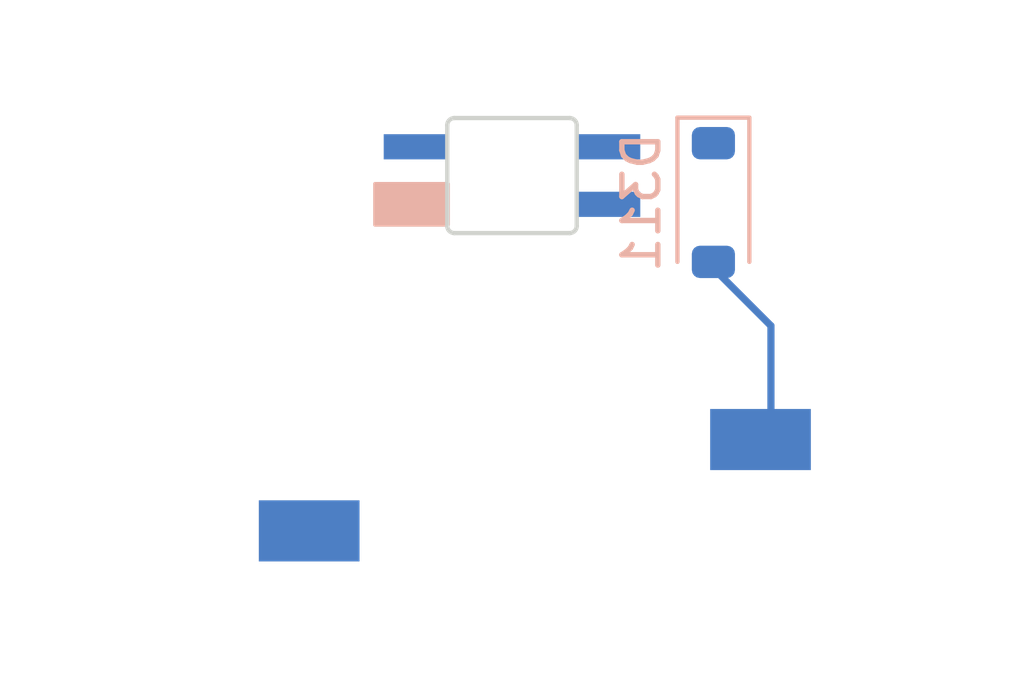
<source format=kicad_pcb>
(kicad_pcb (version 20240108) (generator "pcbnew") (generator_version "8.0")
  (layers (0 "F.Cu" signal) (31 "B.Cu" signal) (34 "B.Paste" user) (35 "F.Paste" user) (36 "B.SilkS" user "B.Silkscreen") (37 "F.SilkS" user "F.Silkscreen") (38 "B.Mask" user) (39 "F.Mask" user) (44 "Edge.Cuts" user))
  (net 0 "")
  (net 1 "/switch_col")
  (net 2 "/switch_row")
  (net 3 "/RGB_R")
  (net 4 "/RGB_B")
  (net 5 "/RGB_G")
  (net 6 "/RGB_V")
  (footprint "vladkvit_keyb:MX_switch_hotswap_150" (layer "F.Cu") (at 30 30)
    (property "Reference" "K31" (hide yes))
    (property "Value" "KEYSW" (hide yes))
    (pad "" np_thru_hole circle (at -5.08 0 180) (size 1.8 1.8) (drill 1.8) (layers "*.Cu" "*.Mask"))
    (pad "" np_thru_hole circle (at -2.54 5.08 180) (size 3 3) (drill 3) (layers "*.Cu" "*.Mask"))
    (pad "" np_thru_hole circle (at 0 0 270) (size 3.9878 3.9878) (drill 3.9878) (layers "*.Cu" "*.Mask"))
    (pad "" np_thru_hole circle (at 3.81 2.54 180) (size 3 3) (drill 3) (layers "*.Cu" "*.Mask"))
    (pad "" np_thru_hole circle (at 5.08 0 180) (size 1.8 1.8) (drill 1.8) (layers "*.Cu" "*.Mask"))
    (pad "1" smd rect (at -5.64 5.08 180) (size 2.8 1.7) (layers "B.Cu" "B.Paste" "B.Mask") (net 1 "/switch_col"))
    (pad "2" smd rect (at 6.91 2.54 180) (size 2.8 1.7) (layers "B.Cu" "B.Paste" "B.Mask"))
  )
  (footprint "vladkvit_keyb:MX_RGB" (layer "F.Cu") (at 30 30)
    (property "Reference" "D31" (hide yes))
    (property "Value" "LED_ARGB" (hide yes))
    (fp_poly (pts (xy -1.778 -4.572) (xy -3.81 -4.572) (xy -3.81 -3.429) (xy -1.778 -3.429)) (stroke (width 0.1)) (fill solid) (layer "B.SilkS"))
    (fp_line (start -1.8 -3.4) (end -1.8 -6.2) (stroke (width 0.12)) (layer "Edge.Cuts"))
    (fp_line (start 1.6 -6.4) (end -1.6 -6.4) (stroke (width 0.12)) (layer "Edge.Cuts"))
    (fp_line (start 1.6 -3.2) (end -1.6 -3.2) (stroke (width 0.12)) (layer "Edge.Cuts"))
    (fp_line (start 1.8 -3.4) (end 1.8 -6.2) (stroke (width 0.12)) (layer "Edge.Cuts"))
    (fp_arc (start -1.8 -6.2) (mid -1.741421 -6.341421) (end -1.6 -6.4) (stroke (width 0.12)) (layer "Edge.Cuts"))
    (fp_arc (start -1.6 -3.2) (mid -1.741421 -3.258579) (end -1.8 -3.4) (stroke (width 0.12)) (layer "Edge.Cuts"))
    (fp_arc (start 1.6 -6.4) (mid 1.741421 -6.341421) (end 1.8 -6.2) (stroke (width 0.12)) (layer "Edge.Cuts"))
    (fp_arc (start 1.8 -3.4) (mid 1.741421 -3.258579) (end 1.6 -3.2) (stroke (width 0.12)) (layer "Edge.Cuts"))
    (pad "1" smd rect (at -2.667 -4 180) (size 1.8 0.7) (layers "B.Cu" "B.Paste" "B.Mask") (net 6 "/RGB_V"))
    (pad "2" smd rect (at 2.667 -4 180) (size 1.8 0.7) (layers "B.Cu" "B.Paste" "B.Mask") (net 3 "/RGB_R"))
    (pad "3" smd rect (at 2.667 -5.6 180) (size 1.8 0.7) (layers "B.Cu" "B.Paste" "B.Mask") (net 5 "/RGB_G"))
    (pad "4" smd rect (at -2.667 -5.6 180) (size 1.8 0.7) (layers "B.Cu" "B.Paste" "B.Mask") (net 4 "/RGB_B"))
  )
  (footprint "Diode_SMD:D_SOD-123" (layer "B.Cu") (at 35.6 25.95 -90)
    (property "Reference" "D311" (at 0 2 90) (layer "B.SilkS") (effects (justify mirror)))
    (property "Value" "D")
    (fp_line (start 1.65 1) (end -2.36 1) (stroke (width 0.12)) (layer "B.SilkS"))
    (fp_line (start -2.36 -1) (end -2.36 1) (stroke (width 0.12)) (layer "B.SilkS"))
    (fp_line (start 1.65 -1) (end -2.36 -1) (stroke (width 0.12)) (layer "B.SilkS"))
    (pad "1" smd roundrect (at -1.65 0 270) (size 0.9 1.2) (layers "B.Cu" "B.Paste" "B.Mask") (net 2 "/switch_row"))
    (pad "2" smd roundrect (at 1.65 0 270) (size 0.9 1.2) (layers "B.Cu" "B.Paste" "B.Mask"))
  )
  (segment (start 37.2 29.377196) (end 35.520964 27.69816) (width 0.2) (layer "B.Cu") (net 0))
  (segment (start 37.2 32.222804) (end 37.2 29.377196) (width 0.2) (layer "B.Cu") (net 0))
)
</source>
